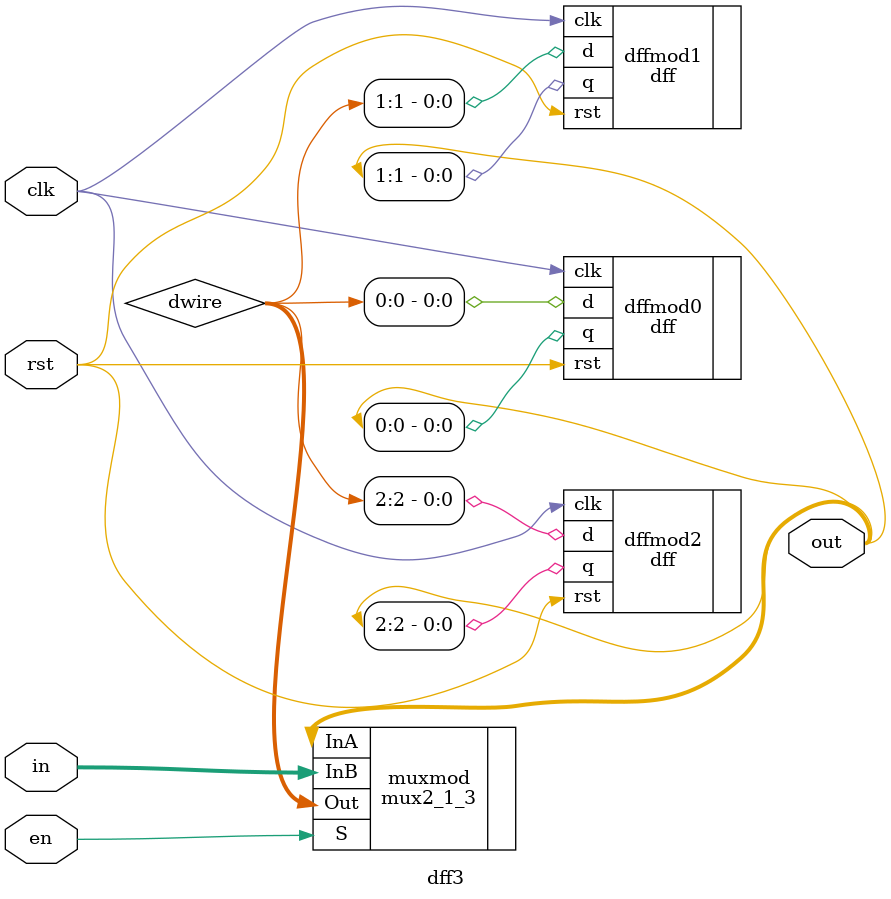
<source format=v>
module dff3(out, in, en, rst, clk);
    input [2:0] in;
    input rst, clk, en;
    output [2:0] out;
    wire [2:0] dwire;

    dff dffmod0(.q(out[0]),   .d(dwire[0]), .clk(clk), .rst(rst));
    dff dffmod1(.q(out[1]),   .d(dwire[1]), .clk(clk), .rst(rst));
    dff dffmod2(.q(out[2]),   .d(dwire[2]), .clk(clk), .rst(rst));

    mux2_1_3 muxmod(.InA(out), .InB(in), .S(en), .Out(dwire));

endmodule

</source>
